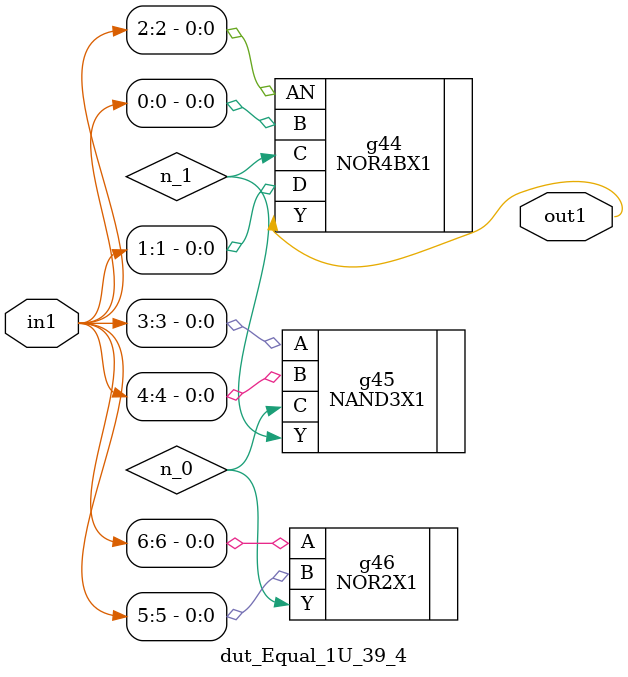
<source format=v>
`timescale 1ps / 1ps


module dut_Equal_1U_39_4(in1, out1);
  input [6:0] in1;
  output out1;
  wire [6:0] in1;
  wire out1;
  wire n_0, n_1;
  NOR4BX1 g44(.AN (in1[2]), .B (in1[0]), .C (n_1), .D (in1[1]), .Y
       (out1));
  NAND3X1 g45(.A (in1[3]), .B (in1[4]), .C (n_0), .Y (n_1));
  NOR2X1 g46(.A (in1[6]), .B (in1[5]), .Y (n_0));
endmodule



</source>
